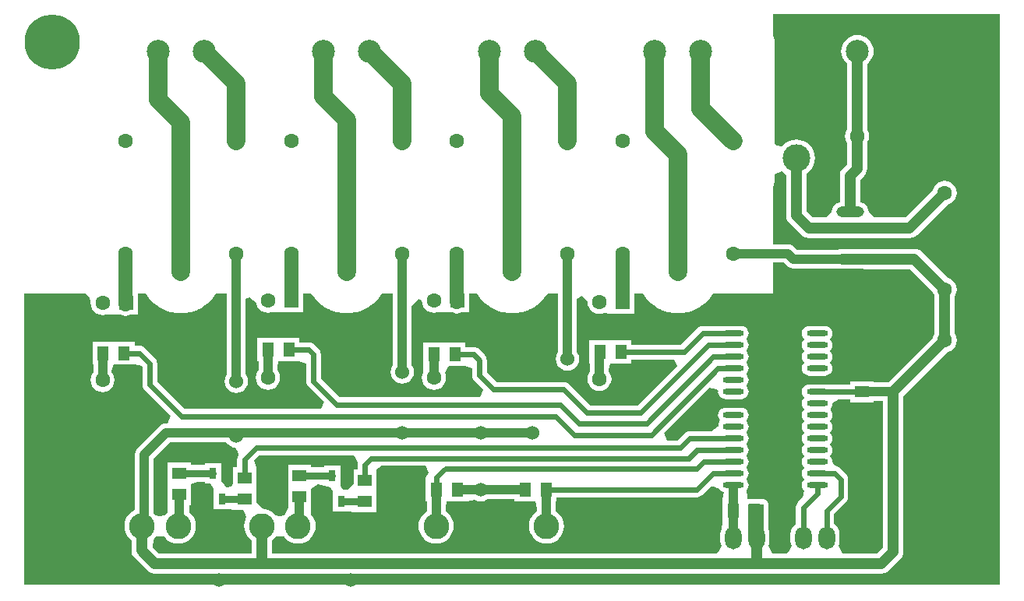
<source format=gbl>
G04 Layer_Physical_Order=2*
G04 Layer_Color=16711680*
%FSLAX25Y25*%
%MOIN*%
G70*
G01*
G75*
%ADD10R,0.05118X0.05905*%
%ADD11R,0.03150X0.04724*%
%ADD12R,0.05905X0.05118*%
%ADD13O,0.09055X0.02362*%
%ADD14C,0.04724*%
%ADD15C,0.02362*%
%ADD16C,0.03937*%
%ADD17C,0.03150*%
%ADD18C,0.05905*%
%ADD19C,0.07874*%
%ADD20C,0.01000*%
%ADD21R,0.06500X0.15000*%
%ADD22C,0.06000*%
%ADD23C,0.06299*%
%ADD24R,0.06299X0.06299*%
%ADD25C,0.11024*%
%ADD26C,0.11811*%
%ADD27C,0.09842*%
%ADD28O,0.07087X0.09842*%
%ADD29O,0.11811X0.04724*%
%ADD30R,0.11811X0.05512*%
%ADD31C,0.07874*%
%ADD32C,0.23622*%
G36*
X-35760Y-74193D02*
X-37055Y-76579D01*
X-37055D01*
Y-86421D01*
X-36471D01*
Y-90683D01*
X-36751Y-90833D01*
X-37890Y-91768D01*
X-38824Y-92907D01*
X-39519Y-94206D01*
X-39947Y-95616D01*
X-40091Y-97083D01*
X-39947Y-98549D01*
X-39519Y-99959D01*
X-38824Y-101259D01*
X-37890Y-102398D01*
X-36751Y-103332D01*
X-35451Y-104027D01*
X-34041Y-104455D01*
X-32575Y-104599D01*
X-31108Y-104455D01*
X-29698Y-104027D01*
X-28399Y-103332D01*
X-27260Y-102398D01*
X-26325Y-101259D01*
X-25631Y-99959D01*
X-25203Y-98549D01*
X-25058Y-97083D01*
X-25203Y-95616D01*
X-25631Y-94206D01*
X-26325Y-92907D01*
X-27260Y-91768D01*
X-28399Y-90833D01*
X-28529Y-90763D01*
Y-89352D01*
X-28000Y-86421D01*
X-24850Y-86421D01*
X-18945D01*
Y-86421D01*
X-16006Y-85840D01*
X-14797Y-86341D01*
X-13500Y-86511D01*
X-12203Y-86341D01*
X-10994Y-85840D01*
X-10513Y-85471D01*
X945D01*
Y-86421D01*
X6850D01*
X10000Y-86421D01*
X10529Y-89352D01*
Y-90814D01*
X10493Y-90833D01*
X9354Y-91768D01*
X8420Y-92907D01*
X7725Y-94206D01*
X7297Y-95616D01*
X7153Y-97083D01*
X7297Y-98549D01*
X7725Y-99959D01*
X8420Y-101259D01*
X9354Y-102398D01*
X10493Y-103332D01*
X11793Y-104027D01*
X13203Y-104455D01*
X14669Y-104599D01*
X16136Y-104455D01*
X17546Y-104027D01*
X18845Y-103332D01*
X19984Y-102398D01*
X20919Y-101259D01*
X21614Y-99959D01*
X22041Y-98549D01*
X22186Y-97083D01*
X22041Y-95616D01*
X21614Y-94206D01*
X20919Y-92907D01*
X19984Y-91768D01*
X18845Y-90833D01*
X18471Y-90633D01*
Y-86421D01*
X19055D01*
Y-84677D01*
X79000D01*
X79822Y-84569D01*
X80588Y-84251D01*
X81246Y-83746D01*
X84957Y-80036D01*
X86341Y-80159D01*
X88451Y-80996D01*
X88489Y-81088D01*
X88994Y-81746D01*
X89652Y-82251D01*
X90418Y-82569D01*
X89945Y-85579D01*
X89945D01*
Y-95421D01*
X89945Y-95421D01*
X89466Y-98373D01*
X89130Y-99183D01*
X88941Y-100622D01*
Y-103378D01*
X89130Y-104817D01*
X89406Y-105482D01*
X88504Y-107569D01*
X87614Y-108632D01*
X-102852D01*
Y-103175D01*
X-101906Y-102398D01*
X-101262Y-101613D01*
X-99425Y-101386D01*
X-97589Y-101613D01*
X-96945Y-102398D01*
X-95806Y-103332D01*
X-94506Y-104027D01*
X-93096Y-104455D01*
X-91630Y-104599D01*
X-90163Y-104455D01*
X-88753Y-104027D01*
X-87454Y-103332D01*
X-86315Y-102398D01*
X-85380Y-101259D01*
X-84686Y-99959D01*
X-84258Y-98549D01*
X-84113Y-97083D01*
X-84258Y-95616D01*
X-84686Y-94206D01*
X-85380Y-92907D01*
X-85987Y-92167D01*
X-86079Y-89055D01*
X-86079D01*
Y-83150D01*
X-86079Y-81107D01*
X-83239Y-79253D01*
X-80543Y-79720D01*
D01*
X-77750Y-80580D01*
X-76803Y-82279D01*
X-76803Y-82870D01*
Y-86378D01*
X-76834Y-86610D01*
X-76803Y-86842D01*
Y-90941D01*
X-69717D01*
Y-90941D01*
X-67921Y-91055D01*
Y-91055D01*
X-66614Y-91055D01*
X-58079D01*
Y-85150D01*
X-58079Y-82000D01*
X-58079Y-78850D01*
Y-72945D01*
X-55661Y-71177D01*
X-37104D01*
X-35760Y-74193D01*
D02*
G37*
G36*
X-131543Y-78720D02*
X-129229D01*
X-127803Y-81279D01*
X-127803Y-81870D01*
Y-85378D01*
X-127834Y-85610D01*
X-127803Y-85842D01*
Y-89941D01*
X-120717D01*
Y-89941D01*
X-119421Y-90055D01*
Y-90055D01*
X-117614Y-90055D01*
X-115204D01*
X-113967Y-92091D01*
X-113629Y-93205D01*
X-114165Y-94206D01*
X-114593Y-95616D01*
X-114737Y-97083D01*
X-114593Y-98549D01*
X-114165Y-99959D01*
X-113470Y-101259D01*
X-112535Y-102398D01*
X-111589Y-103175D01*
Y-108632D01*
X-151191D01*
X-153667Y-106155D01*
X-153553Y-102781D01*
X-153087Y-102398D01*
X-152443Y-101613D01*
X-150606Y-101386D01*
X-148770Y-101613D01*
X-148126Y-102398D01*
X-146987Y-103332D01*
X-145687Y-104027D01*
X-144277Y-104455D01*
X-142811Y-104599D01*
X-141345Y-104455D01*
X-139935Y-104027D01*
X-138635Y-103332D01*
X-137496Y-102398D01*
X-136561Y-101259D01*
X-135867Y-99959D01*
X-135439Y-98549D01*
X-135294Y-97083D01*
X-135439Y-95616D01*
X-135867Y-94206D01*
X-136561Y-92907D01*
X-137496Y-91768D01*
X-138182Y-91205D01*
X-137949Y-88055D01*
X-137579D01*
Y-82150D01*
X-137579Y-79000D01*
X-134824Y-78046D01*
X-131543D01*
Y-78720D01*
D02*
G37*
G36*
X144579Y-44055D02*
X154421D01*
Y-43499D01*
X158604D01*
Y-106218D01*
X156191Y-108632D01*
X141386D01*
X140496Y-107569D01*
X139594Y-105482D01*
X139870Y-104817D01*
X140059Y-103378D01*
Y-100622D01*
X139870Y-99183D01*
X139315Y-97842D01*
X138431Y-96691D01*
X137677Y-96112D01*
Y-91816D01*
X142746Y-86746D01*
X143251Y-86088D01*
X143569Y-85322D01*
X143677Y-84500D01*
Y-77000D01*
X143569Y-76178D01*
X143251Y-75412D01*
X142746Y-74754D01*
X140246Y-72254D01*
X139588Y-71749D01*
X138822Y-71431D01*
X137698Y-70806D01*
X136937Y-69500D01*
X136828Y-68678D01*
X136511Y-67912D01*
X136006Y-67254D01*
Y-66746D01*
X136511Y-66088D01*
X136828Y-65322D01*
X136937Y-64500D01*
X136828Y-63678D01*
X136511Y-62912D01*
X136006Y-62254D01*
Y-61746D01*
X136511Y-61088D01*
X136828Y-60322D01*
X136937Y-59500D01*
X136828Y-58678D01*
X136511Y-57912D01*
X136006Y-57254D01*
Y-56746D01*
X136511Y-56088D01*
X136828Y-55322D01*
X136937Y-54500D01*
X136828Y-53678D01*
X136511Y-52912D01*
X136006Y-52254D01*
Y-51746D01*
X136511Y-51088D01*
X136828Y-50322D01*
X136937Y-49500D01*
X136828Y-48678D01*
X136511Y-47912D01*
X136184Y-47485D01*
X136641Y-45775D01*
X136828Y-45322D01*
X136893Y-44831D01*
X136992Y-44463D01*
X139480Y-42766D01*
X139738Y-42677D01*
X144579D01*
Y-44055D01*
D02*
G37*
G36*
X-66990Y-67676D02*
X-66046Y-69826D01*
X-66069Y-69881D01*
X-66177Y-70703D01*
Y-72945D01*
X-67921D01*
Y-78943D01*
X-70379Y-81544D01*
X-72462Y-81506D01*
X-73457Y-79720D01*
X-73457Y-79130D01*
Y-71059D01*
X-80543D01*
Y-71899D01*
X-86079D01*
Y-70945D01*
X-95921D01*
Y-76850D01*
X-95921Y-80000D01*
X-95921Y-83150D01*
Y-89055D01*
X-95921Y-89055D01*
X-96953Y-91777D01*
X-97589Y-92552D01*
X-99425Y-92779D01*
X-101262Y-92552D01*
X-101906Y-91768D01*
X-103044Y-90833D01*
X-104344Y-90138D01*
X-105754Y-89711D01*
X-106861Y-89602D01*
X-107220Y-89566D01*
X-109579Y-86888D01*
Y-84150D01*
X-109579Y-81000D01*
X-109579D01*
Y-81000D01*
X-109579D01*
Y-71945D01*
X-109579D01*
X-110303Y-68795D01*
X-108184Y-66677D01*
X-67851D01*
X-66990Y-67676D01*
D02*
G37*
G36*
X208661Y-122047D02*
X-208661D01*
Y2500D01*
X-182419D01*
X-180728Y434D01*
X-180302Y-650D01*
X-180414Y-1500D01*
X-180238Y-2836D01*
X-179723Y-4081D01*
X-178902Y-5150D01*
X-177833Y-5971D01*
X-176588Y-6486D01*
X-175252Y-6662D01*
X-173916Y-6486D01*
X-173520Y-6322D01*
X-170370Y-6618D01*
X-170370Y-6618D01*
X-167065D01*
X-166639Y-6795D01*
X-165354Y-6964D01*
X-164070Y-6795D01*
X-163644Y-6618D01*
X-160134D01*
Y2500D01*
X-156881D01*
X-156825Y2378D01*
X-155368Y372D01*
X-155252Y264D01*
X-155163Y133D01*
X-153411Y-1620D01*
X-153279Y-1708D01*
X-153171Y-1825D01*
X-151166Y-3282D01*
X-151022Y-3348D01*
X-150897Y-3446D01*
X-148689Y-4572D01*
X-148536Y-4615D01*
X-148398Y-4692D01*
X-146040Y-5458D01*
X-145883Y-5477D01*
X-145734Y-5532D01*
X-143286Y-5919D01*
X-143127Y-5913D01*
X-142972Y-5944D01*
X-140493D01*
X-140337Y-5913D01*
X-140179Y-5919D01*
X-137731Y-5532D01*
X-137582Y-5477D01*
X-137424Y-5458D01*
X-135067Y-4692D01*
X-134929Y-4615D01*
X-134776Y-4572D01*
X-132567Y-3446D01*
X-132443Y-3348D01*
X-132299Y-3282D01*
X-130293Y-1825D01*
X-130186Y-1708D01*
X-130054Y-1620D01*
X-128301Y133D01*
X-128213Y264D01*
X-128097Y372D01*
X-126640Y2378D01*
X-126583Y2500D01*
X-122081D01*
Y-32157D01*
X-122340Y-32494D01*
X-122841Y-33703D01*
X-123011Y-35000D01*
X-122841Y-36297D01*
X-122340Y-37506D01*
X-121544Y-38544D01*
X-120506Y-39340D01*
X-119297Y-39841D01*
X-118000Y-40011D01*
X-116703Y-39841D01*
X-115494Y-39340D01*
X-114456Y-38544D01*
X-113660Y-37506D01*
X-113159Y-36297D01*
X-112989Y-35000D01*
X-113159Y-33703D01*
X-113660Y-32494D01*
X-114139Y-31870D01*
Y211D01*
X-114047Y281D01*
X-112312Y854D01*
X-109555Y-1314D01*
X-109486Y-1836D01*
X-108971Y-3081D01*
X-108150Y-4150D01*
X-107081Y-4971D01*
X-105836Y-5486D01*
X-104500Y-5662D01*
X-103164Y-5486D01*
X-102768Y-5322D01*
X-99618Y-5618D01*
X-99618Y-5618D01*
X-89382D01*
Y2500D01*
X-86015D01*
X-85959Y2378D01*
X-84502Y372D01*
X-84385Y264D01*
X-84297Y133D01*
X-82544Y-1620D01*
X-82413Y-1708D01*
X-82305Y-1825D01*
X-80300Y-3282D01*
X-80156Y-3348D01*
X-80031Y-3446D01*
X-77823Y-4572D01*
X-77670Y-4615D01*
X-77531Y-4692D01*
X-75174Y-5458D01*
X-75016Y-5477D01*
X-74868Y-5532D01*
X-72420Y-5919D01*
X-72261Y-5913D01*
X-72105Y-5944D01*
X-69627D01*
X-69471Y-5913D01*
X-69313Y-5919D01*
X-66865Y-5532D01*
X-66716Y-5477D01*
X-66558Y-5458D01*
X-64201Y-4692D01*
X-64062Y-4615D01*
X-63910Y-4572D01*
X-61701Y-3446D01*
X-61577Y-3348D01*
X-61433Y-3282D01*
X-59427Y-1825D01*
X-59320Y-1708D01*
X-59188Y-1620D01*
X-57435Y133D01*
X-57347Y264D01*
X-57231Y372D01*
X-55774Y2378D01*
X-55717Y2500D01*
X-51132D01*
X-50985Y-28032D01*
X-51340Y-28494D01*
X-51841Y-29703D01*
X-52011Y-31000D01*
X-51841Y-32297D01*
X-51340Y-33506D01*
X-50544Y-34544D01*
X-49506Y-35340D01*
X-48297Y-35841D01*
X-47000Y-36011D01*
X-45703Y-35841D01*
X-44494Y-35340D01*
X-43456Y-34544D01*
X-42660Y-33506D01*
X-42159Y-32297D01*
X-41989Y-31000D01*
X-42159Y-29703D01*
X-42660Y-28494D01*
X-43044Y-27995D01*
X-43165Y-2867D01*
X-40029Y58D01*
X-39020Y-18D01*
X-38662Y-500D01*
X-38486Y-1836D01*
X-37971Y-3081D01*
X-37150Y-4150D01*
X-36081Y-4971D01*
X-34836Y-5486D01*
X-33500Y-5662D01*
X-32164Y-5486D01*
X-31768Y-5322D01*
X-28618Y-5618D01*
X-28618Y-5618D01*
X-25333D01*
X-24907Y-5795D01*
X-23622Y-5964D01*
X-22337Y-5795D01*
X-21911Y-5618D01*
X-18382D01*
Y2500D01*
X-15149D01*
X-15093Y2378D01*
X-13636Y372D01*
X-13519Y264D01*
X-13431Y133D01*
X-11678Y-1620D01*
X-11547Y-1708D01*
X-11439Y-1825D01*
X-9433Y-3282D01*
X-9290Y-3348D01*
X-9165Y-3446D01*
X-6956Y-4572D01*
X-6804Y-4615D01*
X-6665Y-4692D01*
X-4308Y-5458D01*
X-4150Y-5477D01*
X-4002Y-5532D01*
X-1553Y-5919D01*
X-1395Y-5913D01*
X-1239Y-5944D01*
X1239D01*
X1395Y-5913D01*
X1553Y-5919D01*
X4002Y-5532D01*
X4150Y-5477D01*
X4308Y-5458D01*
X6665Y-4692D01*
X6804Y-4615D01*
X6956Y-4572D01*
X9165Y-3446D01*
X9290Y-3348D01*
X9433Y-3282D01*
X11439Y-1825D01*
X11547Y-1708D01*
X11678Y-1620D01*
X13431Y133D01*
X13519Y264D01*
X13636Y372D01*
X15093Y2378D01*
X15149Y2500D01*
X19651D01*
Y-22513D01*
X19282Y-22994D01*
X18781Y-24203D01*
X18611Y-25500D01*
X18781Y-26797D01*
X19282Y-28006D01*
X20078Y-29044D01*
X21116Y-29840D01*
X22325Y-30341D01*
X23622Y-30511D01*
X24919Y-30341D01*
X26128Y-29840D01*
X27166Y-29044D01*
X27962Y-28006D01*
X28463Y-26797D01*
X28633Y-25500D01*
X28463Y-24203D01*
X27962Y-22994D01*
X27593Y-22513D01*
Y313D01*
X29977Y1438D01*
X32112Y-799D01*
X32086Y-1000D01*
X32262Y-2336D01*
X32777Y-3581D01*
X33598Y-4650D01*
X34667Y-5471D01*
X35912Y-5986D01*
X37248Y-6162D01*
X38584Y-5986D01*
X38980Y-5822D01*
X42130Y-6118D01*
X42130Y-6118D01*
X52366D01*
Y2500D01*
X55717D01*
X55774Y2378D01*
X57231Y372D01*
X57347Y264D01*
X57435Y133D01*
X59188Y-1620D01*
X59320Y-1708D01*
X59427Y-1825D01*
X61433Y-3282D01*
X61577Y-3348D01*
X61701Y-3446D01*
X63910Y-4572D01*
X64062Y-4615D01*
X64201Y-4692D01*
X66558Y-5458D01*
X66716Y-5477D01*
X66865Y-5532D01*
X69313Y-5919D01*
X69471Y-5913D01*
X69627Y-5944D01*
X72105D01*
X72261Y-5913D01*
X72420Y-5919D01*
X74868Y-5532D01*
X75016Y-5477D01*
X75174Y-5458D01*
X77531Y-4692D01*
X77670Y-4615D01*
X77823Y-4572D01*
X80031Y-3446D01*
X80156Y-3348D01*
X80300Y-3282D01*
X82305Y-1825D01*
X82413Y-1708D01*
X82544Y-1620D01*
X84297Y133D01*
X84385Y264D01*
X84502Y372D01*
X85959Y2378D01*
X86015Y2500D01*
X111588D01*
Y15714D01*
X116170D01*
X117385Y14499D01*
X118207Y13868D01*
X119165Y13471D01*
X120193Y13336D01*
X139227D01*
X139826Y13088D01*
X140957Y12939D01*
X170214D01*
X179992Y3162D01*
X180014Y2995D01*
X180529Y1750D01*
X180632Y1616D01*
Y-14785D01*
X180529Y-14919D01*
X180014Y-16164D01*
X179992Y-16331D01*
X160766Y-35557D01*
X154421D01*
Y-35000D01*
X144579D01*
Y-36323D01*
X127067D01*
X126245Y-36432D01*
X125478Y-36749D01*
X124821Y-37254D01*
X124316Y-37912D01*
X123998Y-38678D01*
X123890Y-39500D01*
X123998Y-40322D01*
X124316Y-41088D01*
X124821Y-41746D01*
Y-42254D01*
X124316Y-42912D01*
X123998Y-43678D01*
X123890Y-44500D01*
X123998Y-45322D01*
X124316Y-46088D01*
X124821Y-46746D01*
Y-47254D01*
X124316Y-47912D01*
X123998Y-48678D01*
X123890Y-49500D01*
X123998Y-50322D01*
X124316Y-51088D01*
X124821Y-51746D01*
Y-52254D01*
X124316Y-52912D01*
X123998Y-53678D01*
X123890Y-54500D01*
X123998Y-55322D01*
X124316Y-56088D01*
X124821Y-56746D01*
Y-57254D01*
X124316Y-57912D01*
X123998Y-58678D01*
X123890Y-59500D01*
X123998Y-60322D01*
X124316Y-61088D01*
X124821Y-61746D01*
Y-62254D01*
X124316Y-62912D01*
X123998Y-63678D01*
X123890Y-64500D01*
X123998Y-65322D01*
X124316Y-66088D01*
X124821Y-66746D01*
Y-67254D01*
X124316Y-67912D01*
X123998Y-68678D01*
X123890Y-69500D01*
X123998Y-70322D01*
X124316Y-71088D01*
X124821Y-71746D01*
Y-72254D01*
X124316Y-72912D01*
X123998Y-73678D01*
X123890Y-74500D01*
X123998Y-75322D01*
X124316Y-76088D01*
X124821Y-76746D01*
Y-77254D01*
X124316Y-77912D01*
X123998Y-78678D01*
X123890Y-79500D01*
X123998Y-80322D01*
X124316Y-81088D01*
X124821Y-81746D01*
X124128Y-84817D01*
X124060Y-84948D01*
X122254Y-86754D01*
X121749Y-87412D01*
X121432Y-88178D01*
X121323Y-89000D01*
Y-96112D01*
X120569Y-96691D01*
X119685Y-97842D01*
X119130Y-99183D01*
X118941Y-100622D01*
Y-103378D01*
X119130Y-104817D01*
X119406Y-105482D01*
X118504Y-107569D01*
X117614Y-108632D01*
X111386D01*
X110496Y-107569D01*
X109594Y-105482D01*
X109870Y-104817D01*
X110059Y-103378D01*
Y-100622D01*
X109870Y-99183D01*
X109507Y-98307D01*
Y-87500D01*
X109354Y-86732D01*
X108919Y-86081D01*
X108268Y-85646D01*
X108055Y-85603D01*
Y-85579D01*
X107931D01*
X107500Y-85493D01*
X101000D01*
X100662Y-85188D01*
X100429Y-84587D01*
X100179Y-81746D01*
X100684Y-81088D01*
X101002Y-80322D01*
X101110Y-79500D01*
X101002Y-78678D01*
X100684Y-77912D01*
X100179Y-77254D01*
Y-76746D01*
X100684Y-76088D01*
X101002Y-75322D01*
X101110Y-74500D01*
X101002Y-73678D01*
X100684Y-72912D01*
X100179Y-72254D01*
Y-71746D01*
X100684Y-71088D01*
X101002Y-70322D01*
X101110Y-69500D01*
X101002Y-68678D01*
X100684Y-67912D01*
X100179Y-67254D01*
Y-66746D01*
X100684Y-66088D01*
X101002Y-65322D01*
X101110Y-64500D01*
X101002Y-63678D01*
X100684Y-62912D01*
X100179Y-62254D01*
Y-61746D01*
X100684Y-61088D01*
X101002Y-60322D01*
X101110Y-59500D01*
X101002Y-58678D01*
X100684Y-57912D01*
X100179Y-57254D01*
Y-56746D01*
X100684Y-56088D01*
X101002Y-55322D01*
X101110Y-54500D01*
X101002Y-53678D01*
X100684Y-52912D01*
X100179Y-52254D01*
Y-51746D01*
X100684Y-51088D01*
X101002Y-50322D01*
X101110Y-49500D01*
X101002Y-48678D01*
X100684Y-47912D01*
X100179Y-47254D01*
X99521Y-46749D01*
X98755Y-46431D01*
X97933Y-46323D01*
X91240D01*
X90418Y-46431D01*
X89652Y-46749D01*
X88994Y-47254D01*
X88489Y-47912D01*
X88172Y-48678D01*
X88063Y-49500D01*
X88172Y-50322D01*
X88489Y-51088D01*
X88816Y-51515D01*
X88359Y-53224D01*
X88172Y-53678D01*
X88107Y-54169D01*
X88008Y-54537D01*
X85520Y-56235D01*
X85262Y-56323D01*
X76000D01*
X75178Y-56432D01*
X74412Y-56749D01*
X73754Y-57254D01*
X70684Y-60323D01*
X66124D01*
X64819Y-57174D01*
X84269Y-37723D01*
X87699Y-38534D01*
X88112Y-39131D01*
X88063Y-39500D01*
X88172Y-40322D01*
X88489Y-41088D01*
X88994Y-41746D01*
X89652Y-42251D01*
X90418Y-42568D01*
X91240Y-42677D01*
X97933D01*
X98755Y-42568D01*
X99521Y-42251D01*
X100179Y-41746D01*
X100684Y-41088D01*
X101002Y-40322D01*
X101110Y-39500D01*
X101002Y-38678D01*
X100684Y-37912D01*
X100179Y-37254D01*
Y-36746D01*
X100684Y-36088D01*
X101002Y-35322D01*
X101110Y-34500D01*
X101002Y-33678D01*
X100684Y-32912D01*
X100179Y-32254D01*
Y-31746D01*
X100684Y-31088D01*
X101002Y-30322D01*
X101110Y-29500D01*
X101002Y-28678D01*
X100684Y-27912D01*
X100179Y-27254D01*
Y-26746D01*
X100684Y-26088D01*
X101002Y-25322D01*
X101110Y-24500D01*
X101002Y-23678D01*
X100684Y-22912D01*
X100179Y-22254D01*
Y-21746D01*
X100684Y-21088D01*
X101002Y-20322D01*
X101110Y-19500D01*
X101002Y-18678D01*
X100684Y-17912D01*
X100179Y-17254D01*
Y-16746D01*
X100684Y-16088D01*
X101002Y-15322D01*
X101110Y-14500D01*
X101002Y-13678D01*
X100684Y-12912D01*
X100179Y-12254D01*
X99521Y-11749D01*
X98755Y-11432D01*
X97933Y-11323D01*
X81500D01*
X80678Y-11432D01*
X79912Y-11749D01*
X79254Y-12254D01*
X72184Y-19323D01*
X51055D01*
Y-17579D01*
X45150D01*
X42000Y-17579D01*
X38850Y-17579D01*
X32945D01*
Y-27421D01*
X33277D01*
Y-30768D01*
X32777Y-31419D01*
X32262Y-32664D01*
X32086Y-34000D01*
X32262Y-35336D01*
X32777Y-36581D01*
X33598Y-37650D01*
X34667Y-38471D01*
X35912Y-38986D01*
X37248Y-39162D01*
X38584Y-38986D01*
X39829Y-38471D01*
X40898Y-37650D01*
X41719Y-36581D01*
X42234Y-35336D01*
X42410Y-34000D01*
X42234Y-32664D01*
X41719Y-31419D01*
X41219Y-30768D01*
Y-30247D01*
X42000Y-27421D01*
X45150Y-27421D01*
X51055D01*
Y-25677D01*
X69215D01*
X70421Y-28587D01*
X53684Y-45323D01*
X33316D01*
X24246Y-36254D01*
X23588Y-35749D01*
X22822Y-35432D01*
X22000Y-35323D01*
X-6684D01*
X-10823Y-31184D01*
Y-26000D01*
X-10932Y-25178D01*
X-11249Y-24412D01*
X-11754Y-23754D01*
X-14254Y-21254D01*
X-14912Y-20749D01*
X-15678Y-20432D01*
X-16500Y-20323D01*
X-19945D01*
Y-18579D01*
X-25850D01*
X-29000Y-18579D01*
X-32150Y-18579D01*
X-38055D01*
Y-28421D01*
X-38055Y-28421D01*
X-38214Y-31505D01*
X-38486Y-32164D01*
X-38662Y-33500D01*
X-38486Y-34836D01*
X-37971Y-36081D01*
X-37150Y-37150D01*
X-36081Y-37971D01*
X-34836Y-38486D01*
X-33500Y-38662D01*
X-32164Y-38486D01*
X-30919Y-37971D01*
X-29850Y-37150D01*
X-29029Y-36081D01*
X-28514Y-34836D01*
X-28338Y-33500D01*
X-28514Y-32164D01*
X-28759Y-31571D01*
X-27885Y-29527D01*
X-26976Y-28421D01*
X-25850Y-28421D01*
X-19945D01*
X-19945Y-28421D01*
X-17177Y-29342D01*
Y-32500D01*
X-17068Y-33322D01*
X-16751Y-34088D01*
X-16246Y-34746D01*
X-12319Y-38674D01*
X-13624Y-41823D01*
X-73684D01*
X-81823Y-33684D01*
Y-23500D01*
X-81932Y-22678D01*
X-82249Y-21912D01*
X-82754Y-21254D01*
X-84754Y-19254D01*
X-85412Y-18749D01*
X-86178Y-18431D01*
X-87000Y-18323D01*
X-90945D01*
Y-16579D01*
X-96850D01*
X-100000Y-16579D01*
X-103150Y-16579D01*
X-109055D01*
Y-26421D01*
X-108471D01*
Y-30268D01*
X-108971Y-30919D01*
X-109486Y-32164D01*
X-109662Y-33500D01*
X-109486Y-34836D01*
X-108971Y-36081D01*
X-108150Y-37150D01*
X-107081Y-37971D01*
X-105836Y-38486D01*
X-104500Y-38662D01*
X-103164Y-38486D01*
X-101919Y-37971D01*
X-100850Y-37150D01*
X-100029Y-36081D01*
X-99514Y-34836D01*
X-99338Y-33500D01*
X-99514Y-32164D01*
X-100029Y-30919D01*
X-100529Y-30268D01*
Y-29352D01*
X-100000Y-26421D01*
X-96850Y-26421D01*
X-90945D01*
Y-26421D01*
X-88177Y-27342D01*
Y-35000D01*
X-88068Y-35822D01*
X-87751Y-36588D01*
X-87246Y-37246D01*
X-80579Y-43913D01*
X-81785Y-46823D01*
X-140184D01*
X-151823Y-35184D01*
Y-27500D01*
X-151932Y-26678D01*
X-152249Y-25912D01*
X-152754Y-25254D01*
X-157254Y-20754D01*
X-157912Y-20249D01*
X-158678Y-19931D01*
X-159500Y-19823D01*
X-161445D01*
Y-18079D01*
X-167350D01*
X-170500Y-18079D01*
X-173650Y-18079D01*
X-179555D01*
Y-27921D01*
X-179223D01*
Y-31268D01*
X-179723Y-31919D01*
X-180238Y-33164D01*
X-180414Y-34500D01*
X-180238Y-35836D01*
X-179723Y-37081D01*
X-178902Y-38150D01*
X-177833Y-38971D01*
X-176588Y-39486D01*
X-175252Y-39662D01*
X-173916Y-39486D01*
X-172671Y-38971D01*
X-171602Y-38150D01*
X-170781Y-37081D01*
X-170266Y-35836D01*
X-170090Y-34500D01*
X-170266Y-33164D01*
X-170781Y-31919D01*
X-171281Y-31268D01*
Y-30747D01*
X-170500Y-27921D01*
X-167350Y-27921D01*
X-161445D01*
Y-27921D01*
X-158523Y-28470D01*
X-158177Y-28816D01*
Y-36500D01*
X-158069Y-37322D01*
X-157751Y-38088D01*
X-157246Y-38746D01*
X-146113Y-49879D01*
X-147418Y-53029D01*
X-148000D01*
X-149028Y-53164D01*
X-149986Y-53561D01*
X-150808Y-54192D01*
X-160210Y-63594D01*
X-160840Y-64416D01*
X-161237Y-65374D01*
X-161373Y-66402D01*
Y-90189D01*
X-162577Y-90833D01*
X-163717Y-91768D01*
X-164651Y-92907D01*
X-165346Y-94206D01*
X-165774Y-95616D01*
X-165918Y-97083D01*
X-165774Y-98549D01*
X-165346Y-99959D01*
X-164651Y-101259D01*
X-163717Y-102398D01*
X-162868Y-103094D01*
Y-107500D01*
X-162719Y-108631D01*
X-162283Y-109684D01*
X-161589Y-110589D01*
X-156089Y-116089D01*
X-155184Y-116783D01*
X-154130Y-117219D01*
X-153000Y-117368D01*
X158000D01*
X159131Y-117219D01*
X160184Y-116783D01*
X161089Y-116089D01*
X166061Y-111116D01*
X166755Y-110212D01*
X167192Y-109158D01*
X167341Y-108028D01*
Y-41337D01*
X186169Y-22508D01*
X186336Y-22486D01*
X187581Y-21971D01*
X188650Y-21150D01*
X189471Y-20081D01*
X189986Y-18836D01*
X190162Y-17500D01*
X189986Y-16164D01*
X189471Y-14919D01*
X189368Y-14785D01*
Y1616D01*
X189471Y1750D01*
X189986Y2995D01*
X190162Y4331D01*
X189986Y5667D01*
X189471Y6912D01*
X188650Y7981D01*
X187581Y8801D01*
X186336Y9317D01*
X186169Y9339D01*
X175112Y20396D01*
X174208Y21090D01*
X173154Y21526D01*
X172024Y21675D01*
X140957D01*
X139826Y21526D01*
X139227Y21278D01*
X121838D01*
X120623Y22493D01*
X119800Y23124D01*
X118843Y23521D01*
X117815Y23656D01*
X111588D01*
Y48453D01*
X111706Y48658D01*
X111791Y48906D01*
X111907Y49142D01*
X112175Y50143D01*
X112192Y50405D01*
X112243Y50663D01*
Y53563D01*
X115300Y54761D01*
X117132Y53192D01*
Y36000D01*
X117281Y34870D01*
X117717Y33816D01*
X118411Y32911D01*
X123718Y27604D01*
X124623Y26910D01*
X125677Y26474D01*
X126807Y26325D01*
X170024D01*
X171154Y26474D01*
X172208Y26910D01*
X173112Y27604D01*
X186169Y40661D01*
X186336Y40683D01*
X187581Y41199D01*
X188650Y42019D01*
X189471Y43088D01*
X189986Y44333D01*
X190162Y45669D01*
X189986Y47005D01*
X189471Y48250D01*
X188650Y49320D01*
X187581Y50140D01*
X186336Y50656D01*
X185000Y50832D01*
X183664Y50656D01*
X182419Y50140D01*
X181350Y49320D01*
X180529Y48250D01*
X180014Y47005D01*
X179992Y46838D01*
X168214Y35061D01*
X155172D01*
X154741Y35238D01*
X152411Y37386D01*
X152262Y38516D01*
X151826Y39570D01*
X151132Y40475D01*
X150227Y41169D01*
X149174Y41605D01*
X148868Y41645D01*
Y51191D01*
X150589Y52911D01*
X151283Y53816D01*
X151719Y54870D01*
X151868Y56000D01*
Y67285D01*
X151971Y67419D01*
X152486Y68664D01*
X152662Y70000D01*
X152486Y71336D01*
X151971Y72581D01*
X151868Y72715D01*
Y100858D01*
X152533Y101404D01*
X153394Y102453D01*
X154034Y103650D01*
X154428Y104949D01*
X154561Y106299D01*
X154428Y107650D01*
X154034Y108949D01*
X153394Y110145D01*
X152533Y111195D01*
X151484Y112056D01*
X150287Y112695D01*
X148988Y113089D01*
X147638Y113222D01*
X146287Y113089D01*
X144988Y112695D01*
X143791Y112056D01*
X142742Y111195D01*
X141881Y110145D01*
X141242Y108949D01*
X140848Y107650D01*
X140715Y106299D01*
X140848Y104949D01*
X141242Y103650D01*
X141881Y102453D01*
X142742Y101404D01*
X143132Y101084D01*
Y72715D01*
X143029Y72581D01*
X142514Y71336D01*
X142338Y70000D01*
X142514Y68664D01*
X143029Y67419D01*
X143132Y67285D01*
Y57809D01*
X141411Y56089D01*
X140717Y55184D01*
X140281Y54131D01*
X140132Y53000D01*
Y41645D01*
X139826Y41605D01*
X138773Y41169D01*
X137868Y40475D01*
X137174Y39570D01*
X136738Y38516D01*
X136589Y37386D01*
X134259Y35238D01*
X133828Y35061D01*
X128616D01*
X125868Y37809D01*
Y53907D01*
X125896Y53921D01*
X127095Y54905D01*
X128079Y56104D01*
X128810Y57472D01*
X129260Y58956D01*
X129412Y60500D01*
X129260Y62044D01*
X128810Y63528D01*
X128079Y64896D01*
X127095Y66095D01*
X125896Y67079D01*
X124528Y67810D01*
X123044Y68260D01*
X121500Y68412D01*
X119956Y68260D01*
X118472Y67810D01*
X117104Y67079D01*
X115905Y66095D01*
X115393Y65470D01*
X113199Y65903D01*
X112243Y66462D01*
Y110236D01*
Y110755D01*
X112192Y111012D01*
X112175Y111274D01*
X111907Y112275D01*
X111791Y112511D01*
X111706Y112759D01*
X111588Y112964D01*
Y122047D01*
X208661D01*
Y-122047D01*
D02*
G37*
G36*
X-122340Y-61006D02*
X-121544Y-62044D01*
X-120506Y-62840D01*
X-119297Y-63341D01*
X-118405Y-63458D01*
X-117350Y-65090D01*
X-116976Y-66553D01*
X-117251Y-66912D01*
X-117569Y-67678D01*
X-117677Y-68500D01*
Y-71945D01*
X-119421D01*
Y-78666D01*
X-120218Y-80274D01*
X-121986Y-80359D01*
X-123060Y-79389D01*
X-124457Y-77663D01*
Y-70059D01*
X-131543D01*
Y-70899D01*
X-137579D01*
Y-69945D01*
X-147421D01*
Y-75850D01*
X-147421Y-79000D01*
X-147421Y-82150D01*
Y-88055D01*
X-147421Y-88055D01*
X-147434Y-91200D01*
X-148126Y-91768D01*
X-148770Y-92552D01*
X-150606Y-92779D01*
X-152443Y-92552D01*
X-153087Y-91768D01*
X-153431Y-91485D01*
Y-68046D01*
X-146355Y-60971D01*
X-122354D01*
X-122340Y-61006D01*
D02*
G37*
%LPC*%
G36*
X133760Y-11323D02*
X127067D01*
X126245Y-11432D01*
X125478Y-11749D01*
X124821Y-12254D01*
X124316Y-12912D01*
X123998Y-13678D01*
X123890Y-14500D01*
X123998Y-15322D01*
X124316Y-16088D01*
X124821Y-16746D01*
Y-17254D01*
X124316Y-17912D01*
X123998Y-18678D01*
X123890Y-19500D01*
X123998Y-20322D01*
X124316Y-21088D01*
X124821Y-21746D01*
Y-22254D01*
X124316Y-22912D01*
X123998Y-23678D01*
X123890Y-24500D01*
X123998Y-25322D01*
X124316Y-26088D01*
X124821Y-26746D01*
Y-27254D01*
X124316Y-27912D01*
X123998Y-28678D01*
X123890Y-29500D01*
X123998Y-30322D01*
X124316Y-31088D01*
X124821Y-31746D01*
X125478Y-32251D01*
X126245Y-32568D01*
X127067Y-32677D01*
X133760D01*
X134582Y-32568D01*
X135348Y-32251D01*
X136006Y-31746D01*
X136511Y-31088D01*
X136828Y-30322D01*
X136937Y-29500D01*
X136828Y-28678D01*
X136511Y-27912D01*
X136006Y-27254D01*
Y-26746D01*
X136511Y-26088D01*
X136828Y-25322D01*
X136937Y-24500D01*
X136828Y-23678D01*
X136511Y-22912D01*
X136006Y-22254D01*
Y-21746D01*
X136511Y-21088D01*
X136828Y-20322D01*
X136937Y-19500D01*
X136828Y-18678D01*
X136511Y-17912D01*
X136006Y-17254D01*
Y-16746D01*
X136511Y-16088D01*
X136828Y-15322D01*
X136937Y-14500D01*
X136828Y-13678D01*
X136511Y-12912D01*
X136006Y-12254D01*
X135348Y-11749D01*
X134582Y-11432D01*
X133760Y-11323D01*
D02*
G37*
%LPD*%
D10*
X-104528Y-21500D02*
D03*
X-95472D02*
D03*
X103528Y-90500D02*
D03*
X94472D02*
D03*
X-175028Y-23000D02*
D03*
X-165972D02*
D03*
X-33528Y-23500D02*
D03*
X-24472D02*
D03*
X37472Y-22500D02*
D03*
X46528D02*
D03*
X-23472Y-81500D02*
D03*
X-32528D02*
D03*
X5472D02*
D03*
X14528D02*
D03*
D11*
X-77000Y-75390D02*
D03*
X-80740Y-86610D02*
D03*
X-73260D02*
D03*
X-128000Y-74390D02*
D03*
X-131740Y-85610D02*
D03*
X-124260D02*
D03*
D12*
X-142500Y-83528D02*
D03*
Y-74472D02*
D03*
X-114500Y-85528D02*
D03*
Y-76472D02*
D03*
X-91000Y-84528D02*
D03*
Y-75472D02*
D03*
X-63000Y-86528D02*
D03*
Y-77472D02*
D03*
X149500Y-30472D02*
D03*
Y-39528D02*
D03*
D13*
X130413Y-79500D02*
D03*
Y-74500D02*
D03*
Y-69500D02*
D03*
Y-64500D02*
D03*
Y-59500D02*
D03*
Y-54500D02*
D03*
Y-49500D02*
D03*
Y-44500D02*
D03*
Y-39500D02*
D03*
Y-34500D02*
D03*
Y-29500D02*
D03*
Y-24500D02*
D03*
Y-19500D02*
D03*
Y-14500D02*
D03*
X94587Y-79500D02*
D03*
Y-74500D02*
D03*
Y-69500D02*
D03*
Y-64500D02*
D03*
Y-59500D02*
D03*
Y-54500D02*
D03*
Y-49500D02*
D03*
Y-44500D02*
D03*
Y-39500D02*
D03*
Y-34500D02*
D03*
Y-29500D02*
D03*
Y-24500D02*
D03*
Y-19500D02*
D03*
Y-14500D02*
D03*
D14*
X-107220Y-113000D02*
Y-97083D01*
X-153000Y-113000D02*
X-107220D01*
X-158500Y-107500D02*
X-153000Y-113000D01*
X-107500D02*
X104500D01*
X-158500Y-107500D02*
Y-96500D01*
X119500Y60500D02*
X121500Y58500D01*
Y36000D02*
Y58500D01*
Y36000D02*
X126807Y30693D01*
X104500Y-113000D02*
X158000D01*
X104500D02*
Y-102000D01*
X158000Y-113000D02*
X162972Y-108028D01*
Y-39528D01*
X185000Y-17500D01*
X147500Y56000D02*
Y70000D01*
X144500Y53000D02*
X147500Y56000D01*
X144500Y37386D02*
Y53000D01*
X147500Y70000D02*
Y106161D01*
X126807Y30693D02*
X144500D01*
X170024D02*
X185000Y45669D01*
X144500Y30693D02*
X170024D01*
X172024Y17307D02*
X185000Y4331D01*
X144500Y17307D02*
X172024D01*
X185000Y-17500D02*
Y4331D01*
D15*
X-114500Y-76472D02*
Y-68500D01*
X-63000Y-77472D02*
Y-70703D01*
X-60297Y-68000D01*
X79000Y-72500D02*
X82000Y-69500D01*
X-28500Y-72500D02*
X79000D01*
X75500Y-68000D02*
X79000Y-64500D01*
X-60297Y-68000D02*
X75500D01*
X72000Y-63500D02*
X76000Y-59500D01*
X-109500Y-63500D02*
X72000D01*
X-114500Y-68500D02*
X-109500Y-63500D01*
X26500Y-58000D02*
X59500D01*
X18500Y-50000D02*
X26500Y-58000D01*
X-141500Y-50000D02*
X18500D01*
X-155000Y-36500D02*
X-141500Y-50000D01*
X28500Y-53000D02*
X57500D01*
X20500Y-45000D02*
X28500Y-53000D01*
X-75000Y-45000D02*
X20500D01*
X-85000Y-35000D02*
X-75000Y-45000D01*
X32000Y-48500D02*
X55000D01*
X22000Y-38500D02*
X32000Y-48500D01*
X-8000Y-38500D02*
X22000D01*
X-14000Y-32500D02*
X-8000Y-38500D01*
X79000Y-81500D02*
X86000Y-74500D01*
X14500Y-81500D02*
X79000D01*
X55000Y-48500D02*
X84000Y-19500D01*
X57500Y-53000D02*
X86000Y-24500D01*
X59500Y-58000D02*
X88000Y-29500D01*
X94587D01*
X76000Y-59500D02*
X94587D01*
X79000Y-64500D02*
X94587D01*
X82000Y-69500D02*
X94587D01*
X86000Y-74500D02*
X94587D01*
X-15500Y-82000D02*
X-15000Y-81500D01*
X46528Y-22500D02*
X73500D01*
X-165972Y-23000D02*
X-159500D01*
X-155000Y-27500D01*
Y-36500D02*
Y-27500D01*
X-33528Y-23500D02*
X-33500Y-23528D01*
X-14000Y-32500D02*
Y-26000D01*
X-16500Y-23500D02*
X-14000Y-26000D01*
X-23972Y-23500D02*
X-16500D01*
X-95472Y-21500D02*
X-87000D01*
X-85000Y-23500D01*
Y-35000D02*
Y-23500D01*
X-104528Y-21500D02*
X-104500Y-21528D01*
X-32528Y-81500D02*
Y-76028D01*
X-29500Y-73000D01*
X84000Y-19500D02*
X94587D01*
X81500Y-14500D02*
X94587D01*
X73500Y-22500D02*
X81500Y-14500D01*
X86000Y-24500D02*
X94587D01*
X37248Y-22724D02*
X37472Y-22500D01*
X-175252Y-23224D02*
X-175028Y-23000D01*
X-114583Y-85610D02*
X-114500Y-85528D01*
X-128083Y-74472D02*
X-128000Y-74390D01*
X-77083Y-75472D02*
X-77000Y-75390D01*
X-63083Y-86610D02*
X-63000Y-86528D01*
X-142811Y-97083D02*
X-142500Y-96772D01*
X14500Y-96913D02*
X14669Y-97083D01*
X149472Y-39500D02*
X149500Y-39528D01*
X130413Y-39500D02*
X149472D01*
X130413Y-74500D02*
X138000D01*
X140500Y-77000D01*
Y-84500D02*
Y-77000D01*
X134500Y-90500D02*
X140500Y-84500D01*
X134500Y-103000D02*
Y-90500D01*
X124500Y-103000D02*
Y-89000D01*
X130500Y-83000D01*
Y-79500D01*
D16*
X-148000Y-57000D02*
X8500D01*
X-157402Y-66402D02*
X-148000Y-57000D01*
X14500Y-96913D02*
Y-81500D01*
X37248Y-34000D02*
Y-22724D01*
X-15000Y-81500D02*
X5472D01*
X-23472D02*
X-15000D01*
X-157402Y-99583D02*
Y-66402D01*
X-118110Y-35000D02*
Y19685D01*
X-47244D02*
X-47000Y-31000D01*
X23622Y-25500D02*
Y19685D01*
X120193Y17307D02*
X144500D01*
X117815Y19685D02*
X120193Y17307D01*
X94488Y19685D02*
X117815D01*
X-33500Y-33500D02*
Y-23528D01*
X-104500Y-33500D02*
Y-21528D01*
X-175252Y-34500D02*
Y-23224D01*
X-142500Y-96772D02*
Y-83528D01*
X149500Y-39528D02*
X162972D01*
X-91000Y-96732D02*
Y-84528D01*
X-32500Y-97287D02*
Y-81500D01*
X94472Y-102528D02*
Y-91000D01*
X94000Y-103000D02*
X94472Y-102528D01*
X94673Y-90799D02*
Y-80500D01*
D17*
X-124260Y-85610D02*
X-114583D01*
X-142500Y-74472D02*
X-128083D01*
X-91000Y-75472D02*
X-77083D01*
X-73260Y-86610D02*
X-63083D01*
D18*
X-23622Y-1000D02*
Y19685D01*
X47244Y-1000D02*
Y19685D01*
X-165354Y-2000D02*
Y19685D01*
X-94488Y-500D02*
Y19685D01*
D19*
X80709Y81496D02*
X94488Y67716D01*
X80709Y81496D02*
Y106299D01*
X70866Y11811D02*
Y62134D01*
X61024Y71976D02*
X70866Y62134D01*
X61024Y71976D02*
Y106299D01*
X9843D02*
X23622Y92520D01*
Y67716D02*
Y92520D01*
X0Y11811D02*
Y78500D01*
X-9843Y88342D02*
X0Y78500D01*
X-9843Y88342D02*
Y106299D01*
X-141732Y11811D02*
Y75732D01*
X-151575Y85575D02*
Y106299D01*
X-118110Y67716D02*
Y92520D01*
X-131890Y106299D02*
X-118110Y92520D01*
X-70866Y11811D02*
Y76866D01*
X-80709Y86709D02*
Y106299D01*
Y86709D02*
X-70866Y76866D01*
X-61024Y106299D02*
X-47244Y92520D01*
Y67716D02*
Y92520D01*
X-151575Y85575D02*
X-141732Y75732D01*
D20*
X-142862Y-74110D02*
X-142500Y-74472D01*
X-91630Y-97362D02*
X-91000Y-96732D01*
X-32575Y-97362D02*
X-32500Y-97287D01*
X94472Y-91000D02*
X94673Y-90799D01*
X147500Y106161D02*
X147638Y106299D01*
D21*
X104250Y-95000D02*
D03*
D22*
X-13500Y-57000D02*
D03*
Y-81500D02*
D03*
X-118000Y-58500D02*
D03*
Y-35000D02*
D03*
X-47000Y-57000D02*
D03*
Y-31000D02*
D03*
X23622Y-25500D02*
D03*
X8500Y-57000D02*
D03*
X-69000Y-120000D02*
D03*
Y-100000D02*
D03*
X-125500Y-120000D02*
D03*
Y-99000D02*
D03*
D23*
X37248Y-34000D02*
D03*
X47248D02*
D03*
X37248Y-1000D02*
D03*
X-33500Y-33500D02*
D03*
X-23500D02*
D03*
X-33500Y-500D02*
D03*
X-104500Y-33500D02*
D03*
X-94500D02*
D03*
X-104500Y-500D02*
D03*
X-175252Y-34500D02*
D03*
X-165252D02*
D03*
X-175252Y-1500D02*
D03*
X185000Y-17500D02*
D03*
Y-37185D02*
D03*
X147500Y70000D02*
D03*
X161500D02*
D03*
X185000Y4331D02*
D03*
Y45669D02*
D03*
X-118110Y67716D02*
D03*
X-165354D02*
D03*
X-118110Y19685D02*
D03*
X-165354D02*
D03*
X-47244Y67716D02*
D03*
X-94488D02*
D03*
X-47244Y19685D02*
D03*
X-94488D02*
D03*
X23622Y67716D02*
D03*
X-23622D02*
D03*
X23622Y19685D02*
D03*
X-23622D02*
D03*
X94488Y67716D02*
D03*
X47244D02*
D03*
X94488Y19685D02*
D03*
X47244D02*
D03*
D24*
X47248Y-1000D02*
D03*
X-23500Y-500D02*
D03*
X-94500D02*
D03*
X-165252Y-1500D02*
D03*
D25*
X14669Y-97083D02*
D03*
X-921D02*
D03*
X-32575D02*
D03*
X-48165D02*
D03*
X-142811D02*
D03*
X-158402D02*
D03*
X-91630D02*
D03*
X-107220D02*
D03*
D26*
X121500Y60500D02*
D03*
Y500D02*
D03*
D27*
X147638Y106299D02*
D03*
X167323D02*
D03*
X-151575D02*
D03*
X-131890D02*
D03*
X-80709D02*
D03*
X-61024D02*
D03*
X-9843D02*
D03*
X9843D02*
D03*
X61024D02*
D03*
X80709D02*
D03*
D28*
X134500Y-102000D02*
D03*
X124500D02*
D03*
X114500D02*
D03*
X104500D02*
D03*
X94500D02*
D03*
D29*
X144500Y37386D02*
D03*
Y30693D02*
D03*
Y24000D02*
D03*
Y17307D02*
D03*
D30*
Y10614D02*
D03*
D31*
X-141732Y11811D02*
D03*
X-70866D02*
D03*
X0D02*
D03*
X70866D02*
D03*
D32*
X196850Y-110236D02*
D03*
Y110236D02*
D03*
X-196850Y-110236D02*
D03*
Y110236D02*
D03*
M02*

</source>
